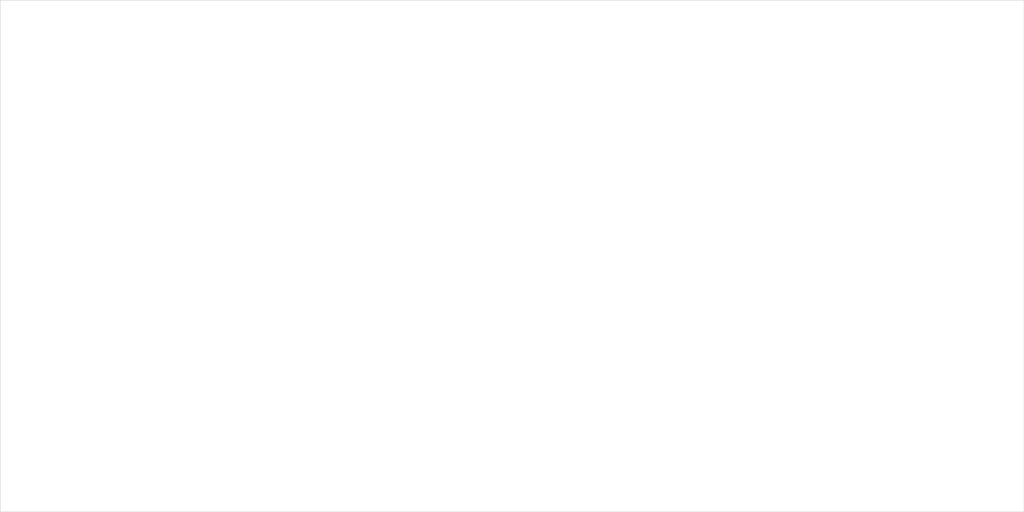
<source format=kicad_pcb>
(kicad_pcb
	(version 20240108)
	(generator "pcbnew")
	(generator_version "8.0")
	(general
		(thickness 1.6)
		(legacy_teardrops no)
	)
	(paper "A4")
	(layers
		(0 "F.Cu" signal)
		(1 "In1.Cu" signal)
		(2 "In2.Cu" signal)
		(31 "B.Cu" signal)
		(32 "B.Adhes" user "B.Adhesive")
		(33 "F.Adhes" user "F.Adhesive")
		(34 "B.Paste" user)
		(35 "F.Paste" user)
		(36 "B.SilkS" user "B.Silkscreen")
		(37 "F.SilkS" user "F.Silkscreen")
		(38 "B.Mask" user)
		(39 "F.Mask" user)
		(40 "Dwgs.User" user "User.Drawings")
		(41 "Cmts.User" user "User.Comments")
		(42 "Eco1.User" user "User.Eco1")
		(43 "Eco2.User" user "User.Eco2")
		(44 "Edge.Cuts" user)
		(45 "Margin" user)
		(46 "B.CrtYd" user "B.Courtyard")
		(47 "F.CrtYd" user "F.Courtyard")
		(48 "B.Fab" user)
		(49 "F.Fab" user)
		(50 "User.1" user)
		(51 "User.2" user)
		(52 "User.3" user)
		(53 "User.4" user)
		(54 "User.5" user)
		(55 "User.6" user)
		(56 "User.7" user)
		(57 "User.8" user)
		(58 "User.9" user)
	)
	(setup
		(stackup
			(layer "F.SilkS"
				(type "Top Silk Screen")
			)
			(layer "F.Paste"
				(type "Top Solder Paste")
			)
			(layer "F.Mask"
				(type "Top Solder Mask")
				(thickness 0.01)
			)
			(layer "F.Cu"
				(type "copper")
				(thickness 0.035)
			)
			(layer "dielectric 1"
				(type "prepreg")
				(thickness 0.1)
				(material "FR4")
				(epsilon_r 4.5)
				(loss_tangent 0.02)
			)
			(layer "In1.Cu"
				(type "copper")
				(thickness 0.035)
			)
			(layer "dielectric 2"
				(type "core")
				(thickness 1.24)
				(material "FR4")
				(epsilon_r 4.5)
				(loss_tangent 0.02)
			)
			(layer "In2.Cu"
				(type "copper")
				(thickness 0.035)
			)
			(layer "dielectric 3"
				(type "prepreg")
				(thickness 0.1)
				(material "FR4")
				(epsilon_r 4.5)
				(loss_tangent 0.02)
			)
			(layer "B.Cu"
				(type "copper")
				(thickness 0.035)
			)
			(layer "B.Mask"
				(type "Bottom Solder Mask")
				(thickness 0.01)
			)
			(layer "B.Paste"
				(type "Bottom Solder Paste")
			)
			(layer "B.SilkS"
				(type "Bottom Silk Screen")
			)
			(copper_finish "None")
			(dielectric_constraints no)
		)
		(pad_to_mask_clearance 0)
		(allow_soldermask_bridges_in_footprints no)
		(pcbplotparams
			(layerselection 0x00010fc_ffffffff)
			(plot_on_all_layers_selection 0x0000000_00000000)
			(disableapertmacros no)
			(usegerberextensions no)
			(usegerberattributes yes)
			(usegerberadvancedattributes yes)
			(creategerberjobfile yes)
			(dashed_line_dash_ratio 12.000000)
			(dashed_line_gap_ratio 3.000000)
			(svgprecision 4)
			(plotframeref no)
			(viasonmask no)
			(mode 1)
			(useauxorigin no)
			(hpglpennumber 1)
			(hpglpenspeed 20)
			(hpglpendiameter 15.000000)
			(pdf_front_fp_property_popups yes)
			(pdf_back_fp_property_popups yes)
			(dxfpolygonmode yes)
			(dxfimperialunits yes)
			(dxfusepcbnewfont yes)
			(psnegative no)
			(psa4output no)
			(plotreference yes)
			(plotvalue yes)
			(plotfptext yes)
			(plotinvisibletext no)
			(sketchpadsonfab no)
			(subtractmaskfromsilk no)
			(outputformat 1)
			(mirror no)
			(drillshape 1)
			(scaleselection 1)
			(outputdirectory "")
		)
	)
	(net 0 "")
	(gr_rect
		(start 100 50)
		(end 200 100)
		(stroke
			(width 0.05)
			(type default)
		)
		(fill none)
		(layer "Edge.Cuts")
		(uuid "f23ed0c3-6127-4ea2-b690-b5e55593a806")
	)
)

</source>
